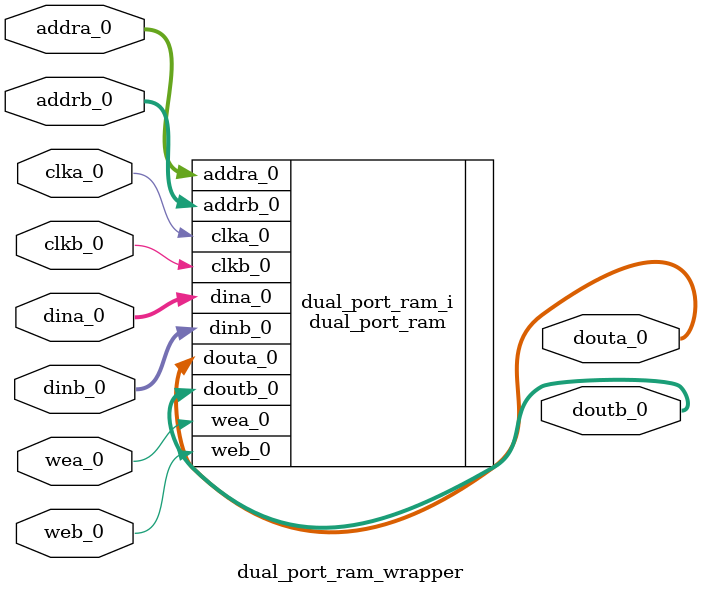
<source format=v>
`timescale 1 ps / 1 ps

module dual_port_ram_wrapper
   (addra_0,
    addrb_0,
    clka_0,
    clkb_0,
    dina_0,
    dinb_0,
    douta_0,
    doutb_0,
    wea_0,
    web_0);
  input [11:0]addra_0;
  input [11:0]addrb_0;
  input clka_0;
  input clkb_0;
  input [31:0]dina_0;
  input [31:0]dinb_0;
  output [31:0]douta_0;
  output [31:0]doutb_0;
  input [0:0]wea_0;
  input [0:0]web_0;

  wire [11:0]addra_0;
  wire [11:0]addrb_0;
  wire clka_0;
  wire clkb_0;
  wire [31:0]dina_0;
  wire [31:0]dinb_0;
  wire [31:0]douta_0;
  wire [31:0]doutb_0;
  wire [0:0]wea_0;
  wire [0:0]web_0;

  dual_port_ram dual_port_ram_i
       (.addra_0(addra_0),
        .addrb_0(addrb_0),
        .clka_0(clka_0),
        .clkb_0(clkb_0),
        .dina_0(dina_0),
        .dinb_0(dinb_0),
        .douta_0(douta_0),
        .doutb_0(doutb_0),
        .wea_0(wea_0),
        .web_0(web_0));
endmodule

</source>
